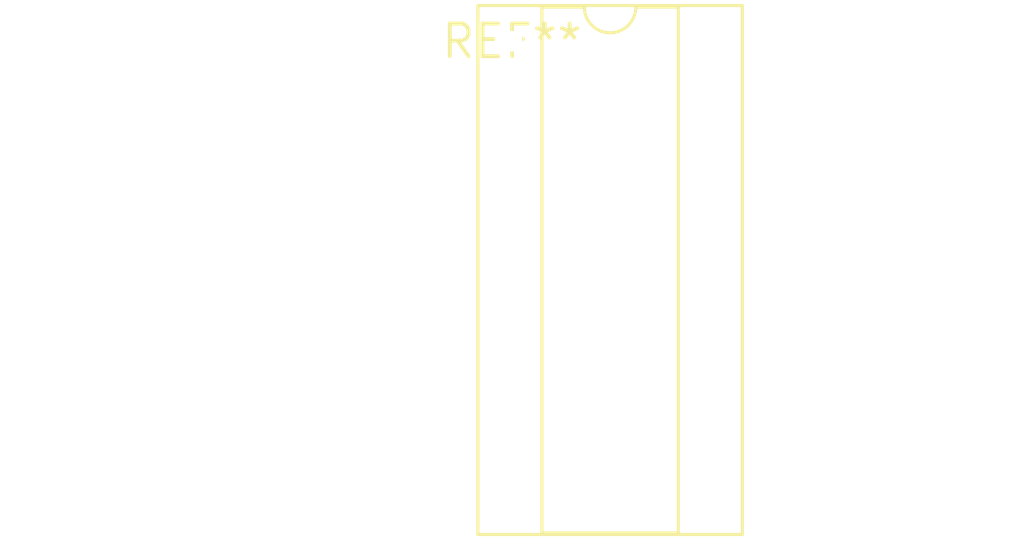
<source format=kicad_pcb>
(kicad_pcb (version 20240108) (generator pcbnew)
  (layers (0 "F.Cu" signal) (31 "B.Cu" signal) (34 "B.Paste" user) (35 "F.Paste" user) (36 "B.SilkS" user "B.Silkscreen") (37 "F.SilkS" user "F.Silkscreen") (38 "B.Mask" user) (39 "F.Mask" user) (44 "Edge.Cuts" user))
  (net 0 "")
  (footprint "CERDIP-16_W7.62mm_SideBrazed_Socket" (layer "F.Cu") (at 0 0)
    (property "Reference" "REF**")
    (property "Value" "CERDIP-16_W7.62mm_SideBrazed_Socket")
    (fp_line (start -1.33 -1.39) (end -1.33 19.17) (layer "F.SilkS") (stroke (width 0.12)))
    (fp_line (start -1.33 19.17) (end 8.95 19.17) (layer "F.SilkS") (stroke (width 0.12)))
    (fp_line (start 1.16 -1.33) (end 1.16 19.11) (layer "F.SilkS") (stroke (width 0.12)))
    (fp_line (start 1.16 19.11) (end 6.46 19.11) (layer "F.SilkS") (stroke (width 0.12)))
    (fp_line (start 2.81 -1.33) (end 1.16 -1.33) (layer "F.SilkS") (stroke (width 0.12)))
    (fp_line (start 6.46 -1.33) (end 4.81 -1.33) (layer "F.SilkS") (stroke (width 0.12)))
    (fp_line (start 6.46 19.11) (end 6.46 -1.33) (layer "F.SilkS") (stroke (width 0.12)))
    (fp_line (start 8.95 -1.39) (end -1.33 -1.39) (layer "F.SilkS") (stroke (width 0.12)))
    (fp_line (start 8.95 19.17) (end 8.95 -1.39) (layer "F.SilkS") (stroke (width 0.12)))
    (fp_arc (start 4.81 -1.33) (mid 3.81 -0.33) (end 2.81 -1.33) (layer "F.SilkS") (stroke (width 0.12)))
    (pad "1" thru_hole rect (at 0 0) (size 1.6 1.6) (drill 0.8) (layers *.Cu *.Mask) (remove_unused_layers))
    (pad "2" thru_hole circle (at 0 2.54) (size 1.6 1.6) (drill 0.8) (layers *.Cu *.Mask) (remove_unused_layers))
    (pad "3" thru_hole circle (at 0 5.08) (size 1.6 1.6) (drill 0.8) (layers *.Cu *.Mask) (remove_unused_layers))
    (pad "4" thru_hole circle (at 0 7.62) (size 1.6 1.6) (drill 0.8) (layers *.Cu *.Mask) (remove_unused_layers))
    (pad "5" thru_hole circle (at 0 10.16) (size 1.6 1.6) (drill 0.8) (layers *.Cu *.Mask) (remove_unused_layers))
    (pad "6" thru_hole circle (at 0 12.7) (size 1.6 1.6) (drill 0.8) (layers *.Cu *.Mask) (remove_unused_layers))
    (pad "7" thru_hole circle (at 0 15.24) (size 1.6 1.6) (drill 0.8) (layers *.Cu *.Mask) (remove_unused_layers))
    (pad "8" thru_hole circle (at 0 17.78) (size 1.6 1.6) (drill 0.8) (layers *.Cu *.Mask) (remove_unused_layers))
    (pad "9" thru_hole circle (at 7.62 17.78) (size 1.6 1.6) (drill 0.8) (layers *.Cu *.Mask) (remove_unused_layers))
    (pad "10" thru_hole circle (at 7.62 15.24) (size 1.6 1.6) (drill 0.8) (layers *.Cu *.Mask) (remove_unused_layers))
    (pad "11" thru_hole circle (at 7.62 12.7) (size 1.6 1.6) (drill 0.8) (layers *.Cu *.Mask) (remove_unused_layers))
    (pad "12" thru_hole circle (at 7.62 10.16) (size 1.6 1.6) (drill 0.8) (layers *.Cu *.Mask) (remove_unused_layers))
    (pad "13" thru_hole circle (at 7.62 7.62) (size 1.6 1.6) (drill 0.8) (layers *.Cu *.Mask) (remove_unused_layers))
    (pad "14" thru_hole circle (at 7.62 5.08) (size 1.6 1.6) (drill 0.8) (layers *.Cu *.Mask) (remove_unused_layers))
    (pad "15" thru_hole circle (at 7.62 2.54) (size 1.6 1.6) (drill 0.8) (layers *.Cu *.Mask) (remove_unused_layers))
    (pad "16" thru_hole circle (at 7.62 0) (size 1.6 1.6) (drill 0.8) (layers *.Cu *.Mask) (remove_unused_layers))
  )
)
</source>
